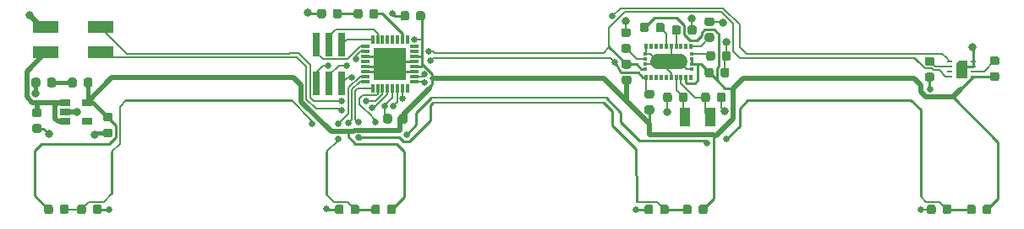
<source format=gtl>
G04 #@! TF.GenerationSoftware,KiCad,Pcbnew,(5.99.0-2415-gbbdd3fce7)*
G04 #@! TF.CreationDate,2020-08-31T16:00:49-07:00*
G04 #@! TF.ProjectId,VineHoop_Islands,56696e65-486f-46f7-905f-49736c616e64,rev?*
G04 #@! TF.SameCoordinates,Original*
G04 #@! TF.FileFunction,Copper,L1,Top*
G04 #@! TF.FilePolarity,Positive*
%FSLAX46Y46*%
G04 Gerber Fmt 4.6, Leading zero omitted, Abs format (unit mm)*
G04 Created by KiCad (PCBNEW (5.99.0-2415-gbbdd3fce7)) date 2020-08-31 16:00:49*
%MOMM*%
%LPD*%
G01*
G04 APERTURE LIST*
G04 #@! TA.AperFunction,EtchedComponent*
%ADD10C,0.010000*%
G04 #@! TD*
G04 #@! TA.AperFunction,SMDPad,CuDef*
%ADD11R,0.812800X0.304800*%
G04 #@! TD*
G04 #@! TA.AperFunction,SMDPad,CuDef*
%ADD12R,0.304800X0.812800*%
G04 #@! TD*
G04 #@! TA.AperFunction,SMDPad,CuDef*
%ADD13R,3.251200X3.251200*%
G04 #@! TD*
G04 #@! TA.AperFunction,SMDPad,CuDef*
%ADD14R,0.550000X0.250000*%
G04 #@! TD*
G04 #@! TA.AperFunction,SMDPad,CuDef*
%ADD15R,1.000000X1.000000*%
G04 #@! TD*
G04 #@! TA.AperFunction,SMDPad,CuDef*
%ADD16R,0.300000X0.525000*%
G04 #@! TD*
G04 #@! TA.AperFunction,SMDPad,CuDef*
%ADD17R,0.425000X0.300000*%
G04 #@! TD*
G04 #@! TA.AperFunction,SMDPad,CuDef*
%ADD18R,1.060000X0.650000*%
G04 #@! TD*
G04 #@! TA.AperFunction,SMDPad,CuDef*
%ADD19R,2.540000X1.270000*%
G04 #@! TD*
G04 #@! TA.AperFunction,SMDPad,CuDef*
%ADD20R,0.760000X2.400000*%
G04 #@! TD*
G04 #@! TA.AperFunction,SMDPad,CuDef*
%ADD21R,1.100000X1.900000*%
G04 #@! TD*
G04 #@! TA.AperFunction,ViaPad*
%ADD22C,0.660400*%
G04 #@! TD*
G04 #@! TA.AperFunction,ViaPad*
%ADD23C,0.800000*%
G04 #@! TD*
G04 #@! TA.AperFunction,Conductor*
%ADD24C,0.152400*%
G04 #@! TD*
G04 #@! TA.AperFunction,Conductor*
%ADD25C,0.254000*%
G04 #@! TD*
G04 #@! TA.AperFunction,Conductor*
%ADD26C,0.508000*%
G04 #@! TD*
G04 #@! TA.AperFunction,Conductor*
%ADD27C,0.381000*%
G04 #@! TD*
G04 #@! TA.AperFunction,Conductor*
%ADD28C,1.524000*%
G04 #@! TD*
G04 APERTURE END LIST*
G36*
X219475000Y-58675000D02*
G01*
X218475000Y-58675000D01*
X218475000Y-57275000D01*
X218775000Y-56975000D01*
X219475000Y-56975000D01*
X219475000Y-58675000D01*
G37*
D10*
X219475000Y-58675000D02*
X218475000Y-58675000D01*
X218475000Y-57275000D01*
X218775000Y-56975000D01*
X219475000Y-56975000D01*
X219475000Y-58675000D01*
G04 #@! TA.AperFunction,SMDPad,CuDef*
G36*
G01*
X192910000Y-60936250D02*
X192910000Y-60423750D01*
G75*
G02*
X193128750Y-60205000I218750J0D01*
G01*
X193566250Y-60205000D01*
G75*
G02*
X193785000Y-60423750I0J-218750D01*
G01*
X193785000Y-60936250D01*
G75*
G02*
X193566250Y-61155000I-218750J0D01*
G01*
X193128750Y-61155000D01*
G75*
G02*
X192910000Y-60936250I0J218750D01*
G01*
G37*
G04 #@! TD.AperFunction*
G04 #@! TA.AperFunction,SMDPad,CuDef*
G36*
G01*
X194485000Y-60936250D02*
X194485000Y-60423750D01*
G75*
G02*
X194703750Y-60205000I218750J0D01*
G01*
X195141250Y-60205000D01*
G75*
G02*
X195360000Y-60423750I0J-218750D01*
G01*
X195360000Y-60936250D01*
G75*
G02*
X195141250Y-61155000I-218750J0D01*
G01*
X194703750Y-61155000D01*
G75*
G02*
X194485000Y-60936250I0J218750D01*
G01*
G37*
G04 #@! TD.AperFunction*
G04 #@! TA.AperFunction,SMDPad,CuDef*
G36*
G01*
X191550000Y-60423750D02*
X191550000Y-60936250D01*
G75*
G02*
X191331250Y-61155000I-218750J0D01*
G01*
X190893750Y-61155000D01*
G75*
G02*
X190675000Y-60936250I0J218750D01*
G01*
X190675000Y-60423750D01*
G75*
G02*
X190893750Y-60205000I218750J0D01*
G01*
X191331250Y-60205000D01*
G75*
G02*
X191550000Y-60423750I0J-218750D01*
G01*
G37*
G04 #@! TD.AperFunction*
G04 #@! TA.AperFunction,SMDPad,CuDef*
G36*
G01*
X189975000Y-60423750D02*
X189975000Y-60936250D01*
G75*
G02*
X189756250Y-61155000I-218750J0D01*
G01*
X189318750Y-61155000D01*
G75*
G02*
X189100000Y-60936250I0J218750D01*
G01*
X189100000Y-60423750D01*
G75*
G02*
X189318750Y-60205000I218750J0D01*
G01*
X189756250Y-60205000D01*
G75*
G02*
X189975000Y-60423750I0J-218750D01*
G01*
G37*
G04 #@! TD.AperFunction*
G04 #@! TA.AperFunction,SMDPad,CuDef*
G36*
G01*
X162802000Y-52749250D02*
X162802000Y-52236750D01*
G75*
G02*
X163020750Y-52018000I218750J0D01*
G01*
X163458250Y-52018000D01*
G75*
G02*
X163677000Y-52236750I0J-218750D01*
G01*
X163677000Y-52749250D01*
G75*
G02*
X163458250Y-52968000I-218750J0D01*
G01*
X163020750Y-52968000D01*
G75*
G02*
X162802000Y-52749250I0J218750D01*
G01*
G37*
G04 #@! TD.AperFunction*
G04 #@! TA.AperFunction,SMDPad,CuDef*
G36*
G01*
X164377000Y-52749250D02*
X164377000Y-52236750D01*
G75*
G02*
X164595750Y-52018000I218750J0D01*
G01*
X165033250Y-52018000D01*
G75*
G02*
X165252000Y-52236750I0J-218750D01*
G01*
X165252000Y-52749250D01*
G75*
G02*
X165033250Y-52968000I-218750J0D01*
G01*
X164595750Y-52968000D01*
G75*
G02*
X164377000Y-52749250I0J218750D01*
G01*
G37*
G04 #@! TD.AperFunction*
G04 #@! TA.AperFunction,SMDPad,CuDef*
G36*
G01*
X193425800Y-56780150D02*
X193425800Y-56267650D01*
G75*
G02*
X193644550Y-56048900I218750J0D01*
G01*
X194082050Y-56048900D01*
G75*
G02*
X194300800Y-56267650I0J-218750D01*
G01*
X194300800Y-56780150D01*
G75*
G02*
X194082050Y-56998900I-218750J0D01*
G01*
X193644550Y-56998900D01*
G75*
G02*
X193425800Y-56780150I0J218750D01*
G01*
G37*
G04 #@! TD.AperFunction*
G04 #@! TA.AperFunction,SMDPad,CuDef*
G36*
G01*
X195000800Y-56780150D02*
X195000800Y-56267650D01*
G75*
G02*
X195219550Y-56048900I218750J0D01*
G01*
X195657050Y-56048900D01*
G75*
G02*
X195875800Y-56267650I0J-218750D01*
G01*
X195875800Y-56780150D01*
G75*
G02*
X195657050Y-56998900I-218750J0D01*
G01*
X195219550Y-56998900D01*
G75*
G02*
X195000800Y-56780150I0J218750D01*
G01*
G37*
G04 #@! TD.AperFunction*
G04 #@! TA.AperFunction,SMDPad,CuDef*
G36*
G01*
X185646450Y-56188600D02*
X185133950Y-56188600D01*
G75*
G02*
X184915200Y-55969850I0J218750D01*
G01*
X184915200Y-55532350D01*
G75*
G02*
X185133950Y-55313600I218750J0D01*
G01*
X185646450Y-55313600D01*
G75*
G02*
X185865200Y-55532350I0J-218750D01*
G01*
X185865200Y-55969850D01*
G75*
G02*
X185646450Y-56188600I-218750J0D01*
G01*
G37*
G04 #@! TD.AperFunction*
G04 #@! TA.AperFunction,SMDPad,CuDef*
G36*
G01*
X185646450Y-54613600D02*
X185133950Y-54613600D01*
G75*
G02*
X184915200Y-54394850I0J218750D01*
G01*
X184915200Y-53957350D01*
G75*
G02*
X185133950Y-53738600I218750J0D01*
G01*
X185646450Y-53738600D01*
G75*
G02*
X185865200Y-53957350I0J-218750D01*
G01*
X185865200Y-54394850D01*
G75*
G02*
X185646450Y-54613600I-218750J0D01*
G01*
G37*
G04 #@! TD.AperFunction*
G04 #@! TA.AperFunction,SMDPad,CuDef*
G36*
G01*
X222544850Y-59027700D02*
X222032350Y-59027700D01*
G75*
G02*
X221813600Y-58808950I0J218750D01*
G01*
X221813600Y-58371450D01*
G75*
G02*
X222032350Y-58152700I218750J0D01*
G01*
X222544850Y-58152700D01*
G75*
G02*
X222763600Y-58371450I0J-218750D01*
G01*
X222763600Y-58808950D01*
G75*
G02*
X222544850Y-59027700I-218750J0D01*
G01*
G37*
G04 #@! TD.AperFunction*
G04 #@! TA.AperFunction,SMDPad,CuDef*
G36*
G01*
X222544850Y-57452700D02*
X222032350Y-57452700D01*
G75*
G02*
X221813600Y-57233950I0J218750D01*
G01*
X221813600Y-56796450D01*
G75*
G02*
X222032350Y-56577700I218750J0D01*
G01*
X222544850Y-56577700D01*
G75*
G02*
X222763600Y-56796450I0J-218750D01*
G01*
X222763600Y-57233950D01*
G75*
G02*
X222544850Y-57452700I-218750J0D01*
G01*
G37*
G04 #@! TD.AperFunction*
D11*
X164230300Y-59071600D03*
X164230300Y-58563600D03*
X164230300Y-58081000D03*
X164230300Y-57573000D03*
X164230300Y-57065000D03*
X164230300Y-56557000D03*
X164230300Y-56074400D03*
X164230300Y-55566400D03*
D12*
X163519100Y-54855200D03*
X163011100Y-54855200D03*
X162528500Y-54855200D03*
X162020500Y-54855200D03*
X161512500Y-54855200D03*
X161004500Y-54855200D03*
X160521900Y-54855200D03*
X160013900Y-54855200D03*
D11*
X159302700Y-55566400D03*
X159302700Y-56074400D03*
X159302700Y-56557000D03*
X159302700Y-57065000D03*
X159302700Y-57573000D03*
X159302700Y-58081000D03*
X159302700Y-58563600D03*
X159302700Y-59071600D03*
D12*
X160013900Y-59782800D03*
X160521900Y-59782800D03*
X161004500Y-59782800D03*
X161512500Y-59782800D03*
X162020500Y-59782800D03*
X162528500Y-59782800D03*
X163011100Y-59782800D03*
X163519100Y-59782800D03*
D13*
X161766500Y-57319000D03*
D14*
X217800000Y-57075000D03*
X217800000Y-57575000D03*
X217800000Y-58075000D03*
X217800000Y-58575000D03*
X220150000Y-58575000D03*
X220150000Y-58075000D03*
X220150000Y-57575000D03*
X220150000Y-57075000D03*
D15*
X218975000Y-57825000D03*
D16*
X191900000Y-58662500D03*
D17*
X191962500Y-57850000D03*
X191962500Y-57350000D03*
X191962500Y-56850000D03*
X191962500Y-56350000D03*
D16*
X191900000Y-55537500D03*
X191400000Y-55537500D03*
X190900000Y-55537500D03*
X190400000Y-55537500D03*
X189900000Y-55537500D03*
X189400000Y-55537500D03*
X188900000Y-55537500D03*
X188400000Y-55537500D03*
X187900000Y-55537500D03*
X187400000Y-55537500D03*
D17*
X187337500Y-56350000D03*
X187337500Y-56850000D03*
X187337500Y-57350000D03*
X187337500Y-57850000D03*
D16*
X187400000Y-58662500D03*
X187900000Y-58662500D03*
X188400000Y-58662500D03*
X188900000Y-58662500D03*
X189400000Y-58662500D03*
X189900000Y-58662500D03*
X190400000Y-58662500D03*
X190900000Y-58662500D03*
X191400000Y-58662500D03*
G04 #@! TA.AperFunction,SMDPad,CuDef*
G36*
G01*
X187464750Y-59921500D02*
X187977250Y-59921500D01*
G75*
G02*
X188196000Y-60140250I0J-218750D01*
G01*
X188196000Y-60577750D01*
G75*
G02*
X187977250Y-60796500I-218750J0D01*
G01*
X187464750Y-60796500D01*
G75*
G02*
X187246000Y-60577750I0J218750D01*
G01*
X187246000Y-60140250D01*
G75*
G02*
X187464750Y-59921500I218750J0D01*
G01*
G37*
G04 #@! TD.AperFunction*
G04 #@! TA.AperFunction,SMDPad,CuDef*
G36*
G01*
X187464750Y-61496500D02*
X187977250Y-61496500D01*
G75*
G02*
X188196000Y-61715250I0J-218750D01*
G01*
X188196000Y-62152750D01*
G75*
G02*
X187977250Y-62371500I-218750J0D01*
G01*
X187464750Y-62371500D01*
G75*
G02*
X187246000Y-62152750I0J218750D01*
G01*
X187246000Y-61715250D01*
G75*
G02*
X187464750Y-61496500I218750J0D01*
G01*
G37*
G04 #@! TD.AperFunction*
G04 #@! TA.AperFunction,SMDPad,CuDef*
G36*
G01*
X161075000Y-63081250D02*
X161075000Y-62568750D01*
G75*
G02*
X161293750Y-62350000I218750J0D01*
G01*
X161731250Y-62350000D01*
G75*
G02*
X161950000Y-62568750I0J-218750D01*
G01*
X161950000Y-63081250D01*
G75*
G02*
X161731250Y-63300000I-218750J0D01*
G01*
X161293750Y-63300000D01*
G75*
G02*
X161075000Y-63081250I0J218750D01*
G01*
G37*
G04 #@! TD.AperFunction*
G04 #@! TA.AperFunction,SMDPad,CuDef*
G36*
G01*
X162650000Y-63081250D02*
X162650000Y-62568750D01*
G75*
G02*
X162868750Y-62350000I218750J0D01*
G01*
X163306250Y-62350000D01*
G75*
G02*
X163525000Y-62568750I0J-218750D01*
G01*
X163525000Y-63081250D01*
G75*
G02*
X163306250Y-63300000I-218750J0D01*
G01*
X162868750Y-63300000D01*
G75*
G02*
X162650000Y-63081250I0J218750D01*
G01*
G37*
G04 #@! TD.AperFunction*
G04 #@! TA.AperFunction,SMDPad,CuDef*
G36*
G01*
X216044850Y-59065200D02*
X215532350Y-59065200D01*
G75*
G02*
X215313600Y-58846450I0J218750D01*
G01*
X215313600Y-58408950D01*
G75*
G02*
X215532350Y-58190200I218750J0D01*
G01*
X216044850Y-58190200D01*
G75*
G02*
X216263600Y-58408950I0J-218750D01*
G01*
X216263600Y-58846450D01*
G75*
G02*
X216044850Y-59065200I-218750J0D01*
G01*
G37*
G04 #@! TD.AperFunction*
G04 #@! TA.AperFunction,SMDPad,CuDef*
G36*
G01*
X216044850Y-57490200D02*
X215532350Y-57490200D01*
G75*
G02*
X215313600Y-57271450I0J218750D01*
G01*
X215313600Y-56833950D01*
G75*
G02*
X215532350Y-56615200I218750J0D01*
G01*
X216044850Y-56615200D01*
G75*
G02*
X216263600Y-56833950I0J-218750D01*
G01*
X216263600Y-57271450D01*
G75*
G02*
X216044850Y-57490200I-218750J0D01*
G01*
G37*
G04 #@! TD.AperFunction*
G04 #@! TA.AperFunction,SMDPad,CuDef*
G36*
G01*
X189240000Y-53398750D02*
X189240000Y-53911250D01*
G75*
G02*
X189021250Y-54130000I-218750J0D01*
G01*
X188583750Y-54130000D01*
G75*
G02*
X188365000Y-53911250I0J218750D01*
G01*
X188365000Y-53398750D01*
G75*
G02*
X188583750Y-53180000I218750J0D01*
G01*
X189021250Y-53180000D01*
G75*
G02*
X189240000Y-53398750I0J-218750D01*
G01*
G37*
G04 #@! TD.AperFunction*
G04 #@! TA.AperFunction,SMDPad,CuDef*
G36*
G01*
X187665000Y-53398750D02*
X187665000Y-53911250D01*
G75*
G02*
X187446250Y-54130000I-218750J0D01*
G01*
X187008750Y-54130000D01*
G75*
G02*
X186790000Y-53911250I0J218750D01*
G01*
X186790000Y-53398750D01*
G75*
G02*
X187008750Y-53180000I218750J0D01*
G01*
X187446250Y-53180000D01*
G75*
G02*
X187665000Y-53398750I0J-218750D01*
G01*
G37*
G04 #@! TD.AperFunction*
G04 #@! TA.AperFunction,SMDPad,CuDef*
G36*
G01*
X194001250Y-55097500D02*
X193488750Y-55097500D01*
G75*
G02*
X193270000Y-54878750I0J218750D01*
G01*
X193270000Y-54441250D01*
G75*
G02*
X193488750Y-54222500I218750J0D01*
G01*
X194001250Y-54222500D01*
G75*
G02*
X194220000Y-54441250I0J-218750D01*
G01*
X194220000Y-54878750D01*
G75*
G02*
X194001250Y-55097500I-218750J0D01*
G01*
G37*
G04 #@! TD.AperFunction*
G04 #@! TA.AperFunction,SMDPad,CuDef*
G36*
G01*
X194001250Y-53522500D02*
X193488750Y-53522500D01*
G75*
G02*
X193270000Y-53303750I0J218750D01*
G01*
X193270000Y-52866250D01*
G75*
G02*
X193488750Y-52647500I218750J0D01*
G01*
X194001250Y-52647500D01*
G75*
G02*
X194220000Y-52866250I0J-218750D01*
G01*
X194220000Y-53303750D01*
G75*
G02*
X194001250Y-53522500I-218750J0D01*
G01*
G37*
G04 #@! TD.AperFunction*
G04 #@! TA.AperFunction,SMDPad,CuDef*
G36*
G01*
X189986500Y-54170250D02*
X189986500Y-53657750D01*
G75*
G02*
X190205250Y-53439000I218750J0D01*
G01*
X190642750Y-53439000D01*
G75*
G02*
X190861500Y-53657750I0J-218750D01*
G01*
X190861500Y-54170250D01*
G75*
G02*
X190642750Y-54389000I-218750J0D01*
G01*
X190205250Y-54389000D01*
G75*
G02*
X189986500Y-54170250I0J218750D01*
G01*
G37*
G04 #@! TD.AperFunction*
G04 #@! TA.AperFunction,SMDPad,CuDef*
G36*
G01*
X191561500Y-54170250D02*
X191561500Y-53657750D01*
G75*
G02*
X191780250Y-53439000I218750J0D01*
G01*
X192217750Y-53439000D01*
G75*
G02*
X192436500Y-53657750I0J-218750D01*
G01*
X192436500Y-54170250D01*
G75*
G02*
X192217750Y-54389000I-218750J0D01*
G01*
X191780250Y-54389000D01*
G75*
G02*
X191561500Y-54170250I0J218750D01*
G01*
G37*
G04 #@! TD.AperFunction*
G04 #@! TA.AperFunction,SMDPad,CuDef*
G36*
G01*
X185178750Y-56924500D02*
X185691250Y-56924500D01*
G75*
G02*
X185910000Y-57143250I0J-218750D01*
G01*
X185910000Y-57580750D01*
G75*
G02*
X185691250Y-57799500I-218750J0D01*
G01*
X185178750Y-57799500D01*
G75*
G02*
X184960000Y-57580750I0J218750D01*
G01*
X184960000Y-57143250D01*
G75*
G02*
X185178750Y-56924500I218750J0D01*
G01*
G37*
G04 #@! TD.AperFunction*
G04 #@! TA.AperFunction,SMDPad,CuDef*
G36*
G01*
X185178750Y-58499500D02*
X185691250Y-58499500D01*
G75*
G02*
X185910000Y-58718250I0J-218750D01*
G01*
X185910000Y-59155750D01*
G75*
G02*
X185691250Y-59374500I-218750J0D01*
G01*
X185178750Y-59374500D01*
G75*
G02*
X184960000Y-59155750I0J218750D01*
G01*
X184960000Y-58718250D01*
G75*
G02*
X185178750Y-58499500I218750J0D01*
G01*
G37*
G04 #@! TD.AperFunction*
G04 #@! TA.AperFunction,SMDPad,CuDef*
G36*
G01*
X133243750Y-62245803D02*
X133756250Y-62245803D01*
G75*
G02*
X133975000Y-62464553I0J-218750D01*
G01*
X133975000Y-62902053D01*
G75*
G02*
X133756250Y-63120803I-218750J0D01*
G01*
X133243750Y-63120803D01*
G75*
G02*
X133025000Y-62902053I0J218750D01*
G01*
X133025000Y-62464553D01*
G75*
G02*
X133243750Y-62245803I218750J0D01*
G01*
G37*
G04 #@! TD.AperFunction*
G04 #@! TA.AperFunction,SMDPad,CuDef*
G36*
G01*
X133243750Y-63820803D02*
X133756250Y-63820803D01*
G75*
G02*
X133975000Y-64039553I0J-218750D01*
G01*
X133975000Y-64477053D01*
G75*
G02*
X133756250Y-64695803I-218750J0D01*
G01*
X133243750Y-64695803D01*
G75*
G02*
X133025000Y-64477053I0J218750D01*
G01*
X133025000Y-64039553D01*
G75*
G02*
X133243750Y-63820803I218750J0D01*
G01*
G37*
G04 #@! TD.AperFunction*
D18*
X129238899Y-61183303D03*
X129238899Y-62133303D03*
X129238899Y-63083303D03*
X131438899Y-63083303D03*
X131438899Y-61183303D03*
G04 #@! TA.AperFunction,SMDPad,CuDef*
G36*
G01*
X154470600Y-52514850D02*
X154470600Y-52002350D01*
G75*
G02*
X154689350Y-51783600I218750J0D01*
G01*
X155126850Y-51783600D01*
G75*
G02*
X155345600Y-52002350I0J-218750D01*
G01*
X155345600Y-52514850D01*
G75*
G02*
X155126850Y-52733600I-218750J0D01*
G01*
X154689350Y-52733600D01*
G75*
G02*
X154470600Y-52514850I0J218750D01*
G01*
G37*
G04 #@! TD.AperFunction*
G04 #@! TA.AperFunction,SMDPad,CuDef*
G36*
G01*
X156045600Y-52514850D02*
X156045600Y-52002350D01*
G75*
G02*
X156264350Y-51783600I218750J0D01*
G01*
X156701850Y-51783600D01*
G75*
G02*
X156920600Y-52002350I0J-218750D01*
G01*
X156920600Y-52514850D01*
G75*
G02*
X156701850Y-52733600I-218750J0D01*
G01*
X156264350Y-52733600D01*
G75*
G02*
X156045600Y-52514850I0J218750D01*
G01*
G37*
G04 #@! TD.AperFunction*
G04 #@! TA.AperFunction,SMDPad,CuDef*
G36*
G01*
X158128500Y-52540250D02*
X158128500Y-52027750D01*
G75*
G02*
X158347250Y-51809000I218750J0D01*
G01*
X158784750Y-51809000D01*
G75*
G02*
X159003500Y-52027750I0J-218750D01*
G01*
X159003500Y-52540250D01*
G75*
G02*
X158784750Y-52759000I-218750J0D01*
G01*
X158347250Y-52759000D01*
G75*
G02*
X158128500Y-52540250I0J218750D01*
G01*
G37*
G04 #@! TD.AperFunction*
G04 #@! TA.AperFunction,SMDPad,CuDef*
G36*
G01*
X159703500Y-52540250D02*
X159703500Y-52027750D01*
G75*
G02*
X159922250Y-51809000I218750J0D01*
G01*
X160359750Y-51809000D01*
G75*
G02*
X160578500Y-52027750I0J-218750D01*
G01*
X160578500Y-52540250D01*
G75*
G02*
X160359750Y-52759000I-218750J0D01*
G01*
X159922250Y-52759000D01*
G75*
G02*
X159703500Y-52540250I0J218750D01*
G01*
G37*
G04 #@! TD.AperFunction*
G04 #@! TA.AperFunction,SMDPad,CuDef*
G36*
G01*
X125854900Y-59456250D02*
X125854900Y-58943750D01*
G75*
G02*
X126073650Y-58725000I218750J0D01*
G01*
X126511150Y-58725000D01*
G75*
G02*
X126729900Y-58943750I0J-218750D01*
G01*
X126729900Y-59456250D01*
G75*
G02*
X126511150Y-59675000I-218750J0D01*
G01*
X126073650Y-59675000D01*
G75*
G02*
X125854900Y-59456250I0J218750D01*
G01*
G37*
G04 #@! TD.AperFunction*
G04 #@! TA.AperFunction,SMDPad,CuDef*
G36*
G01*
X127429900Y-59456250D02*
X127429900Y-58943750D01*
G75*
G02*
X127648650Y-58725000I218750J0D01*
G01*
X128086150Y-58725000D01*
G75*
G02*
X128304900Y-58943750I0J-218750D01*
G01*
X128304900Y-59456250D01*
G75*
G02*
X128086150Y-59675000I-218750J0D01*
G01*
X127648650Y-59675000D01*
G75*
G02*
X127429900Y-59456250I0J218750D01*
G01*
G37*
G04 #@! TD.AperFunction*
G04 #@! TA.AperFunction,SMDPad,CuDef*
G36*
G01*
X131962500Y-58943750D02*
X131962500Y-59456250D01*
G75*
G02*
X131743750Y-59675000I-218750J0D01*
G01*
X131306250Y-59675000D01*
G75*
G02*
X131087500Y-59456250I0J218750D01*
G01*
X131087500Y-58943750D01*
G75*
G02*
X131306250Y-58725000I218750J0D01*
G01*
X131743750Y-58725000D01*
G75*
G02*
X131962500Y-58943750I0J-218750D01*
G01*
G37*
G04 #@! TD.AperFunction*
G04 #@! TA.AperFunction,SMDPad,CuDef*
G36*
G01*
X130387500Y-58943750D02*
X130387500Y-59456250D01*
G75*
G02*
X130168750Y-59675000I-218750J0D01*
G01*
X129731250Y-59675000D01*
G75*
G02*
X129512500Y-59456250I0J218750D01*
G01*
X129512500Y-58943750D01*
G75*
G02*
X129731250Y-58725000I218750J0D01*
G01*
X130168750Y-58725000D01*
G75*
G02*
X130387500Y-58943750I0J-218750D01*
G01*
G37*
G04 #@! TD.AperFunction*
G04 #@! TA.AperFunction,SMDPad,CuDef*
G36*
G01*
X195723300Y-57944850D02*
X195723300Y-58457350D01*
G75*
G02*
X195504550Y-58676100I-218750J0D01*
G01*
X195067050Y-58676100D01*
G75*
G02*
X194848300Y-58457350I0J218750D01*
G01*
X194848300Y-57944850D01*
G75*
G02*
X195067050Y-57726100I218750J0D01*
G01*
X195504550Y-57726100D01*
G75*
G02*
X195723300Y-57944850I0J-218750D01*
G01*
G37*
G04 #@! TD.AperFunction*
G04 #@! TA.AperFunction,SMDPad,CuDef*
G36*
G01*
X194148300Y-57944850D02*
X194148300Y-58457350D01*
G75*
G02*
X193929550Y-58676100I-218750J0D01*
G01*
X193492050Y-58676100D01*
G75*
G02*
X193273300Y-58457350I0J218750D01*
G01*
X193273300Y-57944850D01*
G75*
G02*
X193492050Y-57726100I218750J0D01*
G01*
X193929550Y-57726100D01*
G75*
G02*
X194148300Y-57944850I0J-218750D01*
G01*
G37*
G04 #@! TD.AperFunction*
D19*
X127311101Y-53616800D03*
X132771101Y-53616800D03*
X127311101Y-56156800D03*
X132771101Y-56156800D03*
D20*
X154400500Y-59269000D03*
X154400500Y-55369000D03*
X155670500Y-59269000D03*
X155670500Y-55369000D03*
X156940500Y-59269000D03*
X156940500Y-55369000D03*
D21*
X193817000Y-62696000D03*
X191317000Y-62696000D03*
G04 #@! TA.AperFunction,SMDPad,CuDef*
G36*
G01*
X162337500Y-71693750D02*
X162337500Y-72206250D01*
G75*
G02*
X162118750Y-72425000I-218750J0D01*
G01*
X161681250Y-72425000D01*
G75*
G02*
X161462500Y-72206250I0J218750D01*
G01*
X161462500Y-71693750D01*
G75*
G02*
X161681250Y-71475000I218750J0D01*
G01*
X162118750Y-71475000D01*
G75*
G02*
X162337500Y-71693750I0J-218750D01*
G01*
G37*
G04 #@! TD.AperFunction*
G04 #@! TA.AperFunction,SMDPad,CuDef*
G36*
G01*
X160762500Y-71693750D02*
X160762500Y-72206250D01*
G75*
G02*
X160543750Y-72425000I-218750J0D01*
G01*
X160106250Y-72425000D01*
G75*
G02*
X159887500Y-72206250I0J218750D01*
G01*
X159887500Y-71693750D01*
G75*
G02*
X160106250Y-71475000I218750J0D01*
G01*
X160543750Y-71475000D01*
G75*
G02*
X160762500Y-71693750I0J-218750D01*
G01*
G37*
G04 #@! TD.AperFunction*
G04 #@! TA.AperFunction,SMDPad,CuDef*
G36*
G01*
X221975000Y-71693750D02*
X221975000Y-72206250D01*
G75*
G02*
X221756250Y-72425000I-218750J0D01*
G01*
X221318750Y-72425000D01*
G75*
G02*
X221100000Y-72206250I0J218750D01*
G01*
X221100000Y-71693750D01*
G75*
G02*
X221318750Y-71475000I218750J0D01*
G01*
X221756250Y-71475000D01*
G75*
G02*
X221975000Y-71693750I0J-218750D01*
G01*
G37*
G04 #@! TD.AperFunction*
G04 #@! TA.AperFunction,SMDPad,CuDef*
G36*
G01*
X220400000Y-71693750D02*
X220400000Y-72206250D01*
G75*
G02*
X220181250Y-72425000I-218750J0D01*
G01*
X219743750Y-72425000D01*
G75*
G02*
X219525000Y-72206250I0J218750D01*
G01*
X219525000Y-71693750D01*
G75*
G02*
X219743750Y-71475000I218750J0D01*
G01*
X220181250Y-71475000D01*
G75*
G02*
X220400000Y-71693750I0J-218750D01*
G01*
G37*
G04 #@! TD.AperFunction*
G04 #@! TA.AperFunction,SMDPad,CuDef*
G36*
G01*
X193536000Y-71693750D02*
X193536000Y-72206250D01*
G75*
G02*
X193317250Y-72425000I-218750J0D01*
G01*
X192879750Y-72425000D01*
G75*
G02*
X192661000Y-72206250I0J218750D01*
G01*
X192661000Y-71693750D01*
G75*
G02*
X192879750Y-71475000I218750J0D01*
G01*
X193317250Y-71475000D01*
G75*
G02*
X193536000Y-71693750I0J-218750D01*
G01*
G37*
G04 #@! TD.AperFunction*
G04 #@! TA.AperFunction,SMDPad,CuDef*
G36*
G01*
X191961000Y-71693750D02*
X191961000Y-72206250D01*
G75*
G02*
X191742250Y-72425000I-218750J0D01*
G01*
X191304750Y-72425000D01*
G75*
G02*
X191086000Y-72206250I0J218750D01*
G01*
X191086000Y-71693750D01*
G75*
G02*
X191304750Y-71475000I218750J0D01*
G01*
X191742250Y-71475000D01*
G75*
G02*
X191961000Y-71693750I0J-218750D01*
G01*
G37*
G04 #@! TD.AperFunction*
G04 #@! TA.AperFunction,SMDPad,CuDef*
G36*
G01*
X127125000Y-72206250D02*
X127125000Y-71693750D01*
G75*
G02*
X127343750Y-71475000I218750J0D01*
G01*
X127781250Y-71475000D01*
G75*
G02*
X128000000Y-71693750I0J-218750D01*
G01*
X128000000Y-72206250D01*
G75*
G02*
X127781250Y-72425000I-218750J0D01*
G01*
X127343750Y-72425000D01*
G75*
G02*
X127125000Y-72206250I0J218750D01*
G01*
G37*
G04 #@! TD.AperFunction*
G04 #@! TA.AperFunction,SMDPad,CuDef*
G36*
G01*
X128700000Y-72206250D02*
X128700000Y-71693750D01*
G75*
G02*
X128918750Y-71475000I218750J0D01*
G01*
X129356250Y-71475000D01*
G75*
G02*
X129575000Y-71693750I0J-218750D01*
G01*
X129575000Y-72206250D01*
G75*
G02*
X129356250Y-72425000I-218750J0D01*
G01*
X128918750Y-72425000D01*
G75*
G02*
X128700000Y-72206250I0J218750D01*
G01*
G37*
G04 #@! TD.AperFunction*
G04 #@! TA.AperFunction,SMDPad,CuDef*
G36*
G01*
X215515000Y-72206250D02*
X215515000Y-71693750D01*
G75*
G02*
X215733750Y-71475000I218750J0D01*
G01*
X216171250Y-71475000D01*
G75*
G02*
X216390000Y-71693750I0J-218750D01*
G01*
X216390000Y-72206250D01*
G75*
G02*
X216171250Y-72425000I-218750J0D01*
G01*
X215733750Y-72425000D01*
G75*
G02*
X215515000Y-72206250I0J218750D01*
G01*
G37*
G04 #@! TD.AperFunction*
G04 #@! TA.AperFunction,SMDPad,CuDef*
G36*
G01*
X217090000Y-72206250D02*
X217090000Y-71693750D01*
G75*
G02*
X217308750Y-71475000I218750J0D01*
G01*
X217746250Y-71475000D01*
G75*
G02*
X217965000Y-71693750I0J-218750D01*
G01*
X217965000Y-72206250D01*
G75*
G02*
X217746250Y-72425000I-218750J0D01*
G01*
X217308750Y-72425000D01*
G75*
G02*
X217090000Y-72206250I0J218750D01*
G01*
G37*
G04 #@! TD.AperFunction*
G04 #@! TA.AperFunction,SMDPad,CuDef*
G36*
G01*
X132875000Y-71693750D02*
X132875000Y-72206250D01*
G75*
G02*
X132656250Y-72425000I-218750J0D01*
G01*
X132218750Y-72425000D01*
G75*
G02*
X132000000Y-72206250I0J218750D01*
G01*
X132000000Y-71693750D01*
G75*
G02*
X132218750Y-71475000I218750J0D01*
G01*
X132656250Y-71475000D01*
G75*
G02*
X132875000Y-71693750I0J-218750D01*
G01*
G37*
G04 #@! TD.AperFunction*
G04 #@! TA.AperFunction,SMDPad,CuDef*
G36*
G01*
X131300000Y-71693750D02*
X131300000Y-72206250D01*
G75*
G02*
X131081250Y-72425000I-218750J0D01*
G01*
X130643750Y-72425000D01*
G75*
G02*
X130425000Y-72206250I0J218750D01*
G01*
X130425000Y-71693750D01*
G75*
G02*
X130643750Y-71475000I218750J0D01*
G01*
X131081250Y-71475000D01*
G75*
G02*
X131300000Y-71693750I0J-218750D01*
G01*
G37*
G04 #@! TD.AperFunction*
G04 #@! TA.AperFunction,SMDPad,CuDef*
G36*
G01*
X156237500Y-72206250D02*
X156237500Y-71693750D01*
G75*
G02*
X156456250Y-71475000I218750J0D01*
G01*
X156893750Y-71475000D01*
G75*
G02*
X157112500Y-71693750I0J-218750D01*
G01*
X157112500Y-72206250D01*
G75*
G02*
X156893750Y-72425000I-218750J0D01*
G01*
X156456250Y-72425000D01*
G75*
G02*
X156237500Y-72206250I0J218750D01*
G01*
G37*
G04 #@! TD.AperFunction*
G04 #@! TA.AperFunction,SMDPad,CuDef*
G36*
G01*
X157812500Y-72206250D02*
X157812500Y-71693750D01*
G75*
G02*
X158031250Y-71475000I218750J0D01*
G01*
X158468750Y-71475000D01*
G75*
G02*
X158687500Y-71693750I0J-218750D01*
G01*
X158687500Y-72206250D01*
G75*
G02*
X158468750Y-72425000I-218750J0D01*
G01*
X158031250Y-72425000D01*
G75*
G02*
X157812500Y-72206250I0J218750D01*
G01*
G37*
G04 #@! TD.AperFunction*
G04 #@! TA.AperFunction,SMDPad,CuDef*
G36*
G01*
X187225000Y-72206250D02*
X187225000Y-71693750D01*
G75*
G02*
X187443750Y-71475000I218750J0D01*
G01*
X187881250Y-71475000D01*
G75*
G02*
X188100000Y-71693750I0J-218750D01*
G01*
X188100000Y-72206250D01*
G75*
G02*
X187881250Y-72425000I-218750J0D01*
G01*
X187443750Y-72425000D01*
G75*
G02*
X187225000Y-72206250I0J218750D01*
G01*
G37*
G04 #@! TD.AperFunction*
G04 #@! TA.AperFunction,SMDPad,CuDef*
G36*
G01*
X188800000Y-72206250D02*
X188800000Y-71693750D01*
G75*
G02*
X189018750Y-71475000I218750J0D01*
G01*
X189456250Y-71475000D01*
G75*
G02*
X189675000Y-71693750I0J-218750D01*
G01*
X189675000Y-72206250D01*
G75*
G02*
X189456250Y-72425000I-218750J0D01*
G01*
X189018750Y-72425000D01*
G75*
G02*
X188800000Y-72206250I0J218750D01*
G01*
G37*
G04 #@! TD.AperFunction*
G04 #@! TA.AperFunction,SMDPad,CuDef*
G36*
G01*
X126143750Y-61795803D02*
X126656250Y-61795803D01*
G75*
G02*
X126875000Y-62014553I0J-218750D01*
G01*
X126875000Y-62452053D01*
G75*
G02*
X126656250Y-62670803I-218750J0D01*
G01*
X126143750Y-62670803D01*
G75*
G02*
X125925000Y-62452053I0J218750D01*
G01*
X125925000Y-62014553D01*
G75*
G02*
X126143750Y-61795803I218750J0D01*
G01*
G37*
G04 #@! TD.AperFunction*
G04 #@! TA.AperFunction,SMDPad,CuDef*
G36*
G01*
X126143750Y-63370803D02*
X126656250Y-63370803D01*
G75*
G02*
X126875000Y-63589553I0J-218750D01*
G01*
X126875000Y-64027053D01*
G75*
G02*
X126656250Y-64245803I-218750J0D01*
G01*
X126143750Y-64245803D01*
G75*
G02*
X125925000Y-64027053I0J218750D01*
G01*
X125925000Y-63589553D01*
G75*
G02*
X126143750Y-63370803I218750J0D01*
G01*
G37*
G04 #@! TD.AperFunction*
D22*
X184300000Y-57200000D03*
X214880200Y-71950000D03*
X195450000Y-64900000D03*
X193492800Y-65282576D03*
X186380200Y-71950000D03*
X156900000Y-61950000D03*
D23*
X191990200Y-52751100D03*
D22*
X156950000Y-61050000D03*
X159950000Y-61700000D03*
X160300000Y-63200000D03*
X163400000Y-64450000D03*
X155400000Y-71900000D03*
X158600000Y-64700000D03*
X156550000Y-64901401D03*
X153970486Y-63329514D03*
X165801900Y-56958058D03*
X165620901Y-56100783D03*
X215800000Y-59850000D03*
X133650000Y-71950000D03*
D23*
X153534200Y-52184400D03*
X130400000Y-62133303D03*
D22*
X160750500Y-58380000D03*
X162909500Y-56221000D03*
D23*
X188540200Y-57101100D03*
X127600000Y-64383303D03*
X220088600Y-55677700D03*
X185390200Y-53001100D03*
D22*
X162909500Y-58380000D03*
D23*
X195240200Y-62051100D03*
X132200000Y-64433303D03*
X195090200Y-53201100D03*
X190740200Y-57101100D03*
D22*
X160750500Y-56221000D03*
D23*
X125661101Y-52400000D03*
X126300000Y-60300000D03*
X195440200Y-55101100D03*
D22*
X162020500Y-52284000D03*
D23*
X189490200Y-62151100D03*
D22*
X158337500Y-56856000D03*
X164201702Y-54883798D03*
X155543500Y-57491000D03*
X161258500Y-61555000D03*
X162069578Y-61557898D03*
X157893500Y-58700000D03*
X163036500Y-60793000D03*
X157448500Y-57491000D03*
X165200000Y-59150000D03*
X184009446Y-52523496D03*
X165195500Y-58380000D03*
X156559500Y-63333000D03*
X157612190Y-63242690D03*
X158591500Y-63206000D03*
X159327691Y-61071801D03*
D24*
X166059958Y-56700000D02*
X165801900Y-56958058D01*
D25*
X187081375Y-58662500D02*
X187400000Y-58662500D01*
D24*
X184300000Y-57200000D02*
X183843578Y-56700000D01*
D25*
X184350000Y-57273209D02*
X184849095Y-58172490D01*
X186591365Y-58172490D02*
X187081375Y-58662500D01*
X184849095Y-58172490D02*
X186591365Y-58172490D01*
D24*
X183843578Y-56700000D02*
X166059958Y-56700000D01*
D25*
X184300000Y-57200000D02*
X184350000Y-57273209D01*
X217527500Y-71950000D02*
X219962500Y-71950000D01*
D24*
X214900000Y-70650000D02*
X215448790Y-71198790D01*
X215448790Y-71198790D02*
X216776290Y-71198790D01*
X216776290Y-71198790D02*
X217527500Y-71950000D01*
D25*
X195450000Y-64900000D02*
X196750000Y-63600000D01*
X196750000Y-63600000D02*
X196750000Y-61792954D01*
X196750000Y-61792954D02*
X197592954Y-60950000D01*
X197592954Y-60950000D02*
X213907046Y-60950000D01*
X213907046Y-60950000D02*
X214900000Y-61942954D01*
X214900000Y-61942954D02*
X214900000Y-70650000D01*
X218090799Y-60634201D02*
X222650000Y-65193402D01*
X222650000Y-65193402D02*
X222650000Y-70837500D01*
X222650000Y-70837500D02*
X221537500Y-71950000D01*
D24*
X215952500Y-71950000D02*
X214880200Y-71950000D01*
D25*
X183114129Y-61238066D02*
X183195112Y-61238066D01*
X184000000Y-62042954D02*
X184000000Y-63550000D01*
X184000000Y-63550000D02*
X186350000Y-65900000D01*
X183195112Y-61238066D02*
X184000000Y-62042954D01*
X186350000Y-65900000D02*
X186450000Y-71150000D01*
D24*
X188486290Y-71198790D02*
X189237500Y-71950000D01*
X186448790Y-71198790D02*
X188486290Y-71198790D01*
D25*
X186683143Y-65033143D02*
X193243367Y-65033143D01*
X193243367Y-65033143D02*
X193492800Y-65282576D01*
X184850000Y-63200000D02*
X186683143Y-65033143D01*
D26*
X185441610Y-61058390D02*
X187740200Y-63356980D01*
X187740200Y-63356980D02*
X187750000Y-64450000D01*
X187891300Y-64400000D02*
X194097800Y-64400000D01*
X194097800Y-64400000D02*
X194248900Y-64551100D01*
D25*
X184850000Y-62204414D02*
X184850000Y-63200000D01*
X183397793Y-60752207D02*
X184850000Y-62204414D01*
X193098500Y-71950000D02*
X194150000Y-70898500D01*
X194150000Y-70898500D02*
X194150000Y-64650000D01*
X194150000Y-64650000D02*
X194248900Y-64551100D01*
D26*
X194248900Y-64551100D02*
X194410815Y-64551100D01*
D25*
X189237500Y-71950000D02*
X191523500Y-71950000D01*
X187662500Y-71950000D02*
X186380200Y-71950000D01*
X163400000Y-64450000D02*
X164400000Y-63450000D01*
X164400000Y-63450000D02*
X164400000Y-62204414D01*
X164400000Y-62204414D02*
X165852207Y-60752207D01*
D24*
X165852207Y-60752207D02*
X183397793Y-60752207D01*
X166088066Y-61238066D02*
X183114129Y-61238066D01*
D25*
X158600000Y-64700000D02*
X162677342Y-64700000D01*
X162677342Y-64700000D02*
X163084543Y-65107201D01*
X163084543Y-65107201D02*
X163715457Y-65107201D01*
X163715457Y-65107201D02*
X165822990Y-62999668D01*
X165822990Y-62999668D02*
X165822990Y-61503142D01*
X165822990Y-61503142D02*
X166088066Y-61238066D01*
X194475500Y-58965800D02*
X195303901Y-59794201D01*
X195303901Y-59794201D02*
X196094201Y-59794201D01*
D26*
X214199487Y-58786491D02*
X214900000Y-59487004D01*
X214900000Y-59487004D02*
X214900000Y-60110618D01*
X196094201Y-62867714D02*
X196094201Y-59794201D01*
X196094201Y-59794201D02*
X197101911Y-58786491D01*
X214900000Y-60110618D02*
X215423583Y-60634201D01*
X197101911Y-58786491D02*
X214086491Y-58786491D01*
X214086491Y-58786491D02*
X214199487Y-58786491D01*
X194410815Y-64551100D02*
X196094201Y-62867714D01*
D25*
X220150000Y-58575000D02*
X218887500Y-59837500D01*
X218887500Y-59837500D02*
X218054300Y-60670700D01*
D26*
X215423583Y-60634201D02*
X218090799Y-60634201D01*
X218090799Y-60634201D02*
X218887500Y-59837500D01*
X183175720Y-58792500D02*
X185441610Y-61058390D01*
X185435000Y-58937000D02*
X185435000Y-61051780D01*
X185435000Y-61051780D02*
X185441610Y-61058390D01*
D25*
X165957500Y-58792500D02*
X165957500Y-58335598D01*
D26*
X165957500Y-58792500D02*
X183175720Y-58792500D01*
D25*
X165957500Y-59365158D02*
X165957500Y-58792500D01*
X165576417Y-59934201D02*
X165576417Y-59746241D01*
X165576417Y-59746241D02*
X165957500Y-59365158D01*
D24*
X195122489Y-51722489D02*
X196750000Y-53350000D01*
X217412500Y-56687500D02*
X217800000Y-57075000D01*
X196750000Y-53350000D02*
X196750000Y-55620972D01*
X196750000Y-55620972D02*
X197468018Y-56338990D01*
X197468018Y-56338990D02*
X217063990Y-56338990D01*
X217063990Y-56338990D02*
X217412500Y-56687500D01*
X194964777Y-52074899D02*
X196152010Y-53262132D01*
X196152010Y-53262132D02*
X196152010Y-56058960D01*
X215323660Y-57766410D02*
X215466410Y-57766410D01*
X215466410Y-57766410D02*
X216003927Y-57766410D01*
X196152010Y-56058960D02*
X196793050Y-56700000D01*
X196793050Y-56700000D02*
X214257250Y-56700000D01*
X214257250Y-56700000D02*
X215323660Y-57766410D01*
X183700000Y-53750000D02*
X183700000Y-53690522D01*
X185315623Y-52074899D02*
X194964777Y-52074899D01*
X183700000Y-53690522D02*
X185315623Y-52074899D01*
X183133619Y-56241327D02*
X183700000Y-55674946D01*
X183700000Y-55674946D02*
X183700000Y-55550000D01*
D25*
X183704875Y-55500000D02*
X183704875Y-55631875D01*
D24*
X184810453Y-51722489D02*
X195122489Y-51722489D01*
X184009446Y-52523496D02*
X184810453Y-51722489D01*
D25*
X188208250Y-52674250D02*
X190480722Y-52674250D01*
X191234490Y-53428018D02*
X191234490Y-54399982D01*
X190480722Y-52674250D02*
X191234490Y-53428018D01*
X194673790Y-57562618D02*
X194475500Y-57760908D01*
X191782507Y-54947999D02*
X192437099Y-54947999D01*
X191234490Y-54399982D02*
X191782507Y-54947999D01*
X192942990Y-54442108D02*
X192942990Y-54211518D01*
X192437099Y-54947999D02*
X192942990Y-54442108D01*
X192942990Y-54211518D02*
X193259018Y-53895490D01*
X193259018Y-53895490D02*
X194230982Y-53895490D01*
X194230982Y-53895490D02*
X194673790Y-54338298D01*
X187227500Y-53655000D02*
X188208250Y-52674250D01*
X194673790Y-54338298D02*
X194673790Y-57562618D01*
X194475500Y-57760908D02*
X194475500Y-58965800D01*
D24*
X216003927Y-57766410D02*
X216164927Y-57927410D01*
X216164927Y-57927410D02*
X216755248Y-57927410D01*
X216755248Y-57927410D02*
X217402838Y-58575000D01*
X214283595Y-56726345D02*
X215323660Y-57766410D01*
X217402838Y-58575000D02*
X217800000Y-58575000D01*
X151690486Y-56240486D02*
X151633382Y-56297590D01*
X132771101Y-53648869D02*
X132771101Y-53616800D01*
X151633382Y-56297590D02*
X135419822Y-56297590D01*
X135419822Y-56297590D02*
X132771101Y-53648869D01*
X154379855Y-61845864D02*
X153391889Y-60857898D01*
X153391889Y-60857898D02*
X153391889Y-57578907D01*
X153391889Y-57578907D02*
X152462982Y-56650000D01*
X154479855Y-61845864D02*
X154379855Y-61845864D01*
X152462982Y-56650000D02*
X133264301Y-56650000D01*
X133264301Y-56650000D02*
X132771101Y-56156800D01*
D26*
X133922202Y-58700000D02*
X152112996Y-58700000D01*
X152861679Y-59448683D02*
X152861679Y-61111679D01*
X152112996Y-58700000D02*
X152861679Y-59448683D01*
X152861679Y-61111679D02*
X155867201Y-64117201D01*
X131438899Y-61183303D02*
X133922202Y-58700000D01*
X155867201Y-64117201D02*
X157567201Y-64117201D01*
D24*
X156950000Y-61850000D02*
X154479855Y-61845864D01*
X156950000Y-61050000D02*
X154101338Y-61047000D01*
X154101338Y-61047000D02*
X153744299Y-60689961D01*
X153744299Y-60689961D02*
X153744299Y-57432935D01*
X153744299Y-57432935D02*
X152551850Y-56240486D01*
X152551850Y-56240486D02*
X152117859Y-56240486D01*
X152117859Y-56240486D02*
X151690486Y-56240486D01*
X159950000Y-61700000D02*
X160230656Y-61629610D01*
X160230656Y-61629610D02*
X161512500Y-60347766D01*
X161512500Y-60347766D02*
X161512500Y-59782800D01*
X158718500Y-61360084D02*
X158718500Y-60783518D01*
X160300000Y-63200000D02*
X159958416Y-62600000D01*
X159958416Y-62600000D02*
X158718500Y-61360084D01*
X158718500Y-60783518D02*
X159036618Y-60465400D01*
X159036618Y-60465400D02*
X160398099Y-60465401D01*
X160398099Y-60465401D02*
X160521900Y-60341600D01*
X160521900Y-60341600D02*
X160521900Y-59782800D01*
D26*
X163087500Y-62825000D02*
X163087500Y-62423118D01*
X163087500Y-62423118D02*
X165576417Y-59934201D01*
X165576417Y-59934201D02*
X165686590Y-59824028D01*
X162755799Y-63990201D02*
X162755799Y-62744201D01*
D25*
X162755799Y-63990201D02*
X162755799Y-63156701D01*
X162755799Y-63156701D02*
X163087500Y-62825000D01*
X158600000Y-64700000D02*
X158738411Y-64838411D01*
X133500000Y-62683303D02*
X134302010Y-63485313D01*
X134302010Y-63485313D02*
X134302010Y-64706785D01*
X126853934Y-65367532D02*
X126150000Y-66071466D01*
X133641263Y-65367532D02*
X126853934Y-65367532D01*
X134302010Y-64706785D02*
X133641263Y-65367532D01*
X126150000Y-66071466D02*
X126150000Y-70537500D01*
X126150000Y-70537500D02*
X127562500Y-71950000D01*
X163150000Y-70700000D02*
X163150000Y-66100000D01*
X163150000Y-66100000D02*
X162422560Y-65372560D01*
X158299902Y-65372560D02*
X158284543Y-65357201D01*
X162422560Y-65372560D02*
X158299902Y-65372560D01*
D26*
X157567201Y-64117201D02*
X158088083Y-64117201D01*
D25*
X158284543Y-65357201D02*
X157567201Y-64639859D01*
X157567201Y-64639859D02*
X157567201Y-64117201D01*
D26*
X158088083Y-64117201D02*
X158215083Y-63990201D01*
X158215083Y-63990201D02*
X162755799Y-63990201D01*
D25*
X161900000Y-71950000D02*
X163150000Y-70700000D01*
X133900000Y-70397821D02*
X133900000Y-66159231D01*
X155400000Y-70439909D02*
X155400000Y-66159231D01*
D24*
X156550000Y-65009231D02*
X155400000Y-66159231D01*
X156550000Y-64901401D02*
X156550000Y-65009231D01*
X155400000Y-70439909D02*
X156135871Y-71175780D01*
X156135871Y-71175780D02*
X157475780Y-71175780D01*
X157475780Y-71175780D02*
X158250000Y-71950000D01*
D25*
X158250000Y-71950000D02*
X160325000Y-71950000D01*
X155450000Y-71950000D02*
X155400000Y-71900000D01*
X156675000Y-71950000D02*
X155450000Y-71950000D01*
X135350000Y-61000000D02*
X151876063Y-61000000D01*
D24*
X153970486Y-63094423D02*
X151876063Y-61000000D01*
X153970486Y-63329514D02*
X153970486Y-63094423D01*
X134705220Y-62094780D02*
X134705220Y-65354011D01*
X134705220Y-61898386D02*
X134705220Y-62094780D01*
X135350000Y-61000000D02*
X134705220Y-61644780D01*
X134705220Y-61644780D02*
X134705220Y-62094780D01*
X133900000Y-70397821D02*
X133099031Y-71198790D01*
X131613710Y-71198790D02*
X130862500Y-71950000D01*
X133099031Y-71198790D02*
X131613710Y-71198790D01*
X153970486Y-63329514D02*
X153970486Y-63080904D01*
X130000000Y-71950000D02*
X129137500Y-71950000D01*
X134705220Y-65354011D02*
X133900000Y-66159231D01*
X130862500Y-71950000D02*
X130000000Y-71950000D01*
D25*
X183704875Y-55631875D02*
X185435000Y-57362000D01*
D24*
X165620901Y-56100783D02*
X166087874Y-56100783D01*
X166087874Y-56100783D02*
X166228418Y-56241327D01*
X166228418Y-56241327D02*
X183133619Y-56241327D01*
X183676629Y-55660121D02*
X183704875Y-55631875D01*
D27*
X131438899Y-61183303D02*
X132000000Y-61183303D01*
X132000000Y-61183303D02*
X133500000Y-62683303D01*
D24*
X157893500Y-58719427D02*
X157490073Y-58719427D01*
X157490073Y-58719427D02*
X156940500Y-59269000D01*
X165620901Y-56100783D02*
X165760604Y-56240486D01*
X154479855Y-61845864D02*
X154401819Y-61845864D01*
X151970084Y-56240486D02*
X151690486Y-56240486D01*
D26*
X125919381Y-61183303D02*
X125400890Y-60664812D01*
X125400890Y-60664812D02*
X125400890Y-58067011D01*
X125400890Y-58067011D02*
X127311101Y-56156800D01*
D25*
X215788600Y-59838600D02*
X215800000Y-59850000D01*
X215788600Y-58627700D02*
X215788600Y-59838600D01*
D26*
X127311101Y-53616800D02*
X126877901Y-53616800D01*
X126877901Y-53616800D02*
X125661101Y-52400000D01*
D27*
X131525000Y-59200000D02*
X131525000Y-61097202D01*
X131525000Y-61097202D02*
X131438899Y-61183303D01*
X127867400Y-59200000D02*
X129950000Y-59200000D01*
D26*
X126550000Y-61183303D02*
X125919381Y-61183303D01*
X129238899Y-61183303D02*
X126550000Y-61183303D01*
D25*
X132437500Y-71950000D02*
X133650000Y-71950000D01*
D24*
X161258500Y-61555000D02*
X161258500Y-62571000D01*
X161258500Y-62571000D02*
X161512500Y-62825000D01*
D27*
X133500000Y-64258303D02*
X132375000Y-64258303D01*
X132375000Y-64258303D02*
X132200000Y-64433303D01*
X126292400Y-59200000D02*
X126292400Y-60292400D01*
X126292400Y-60292400D02*
X126300000Y-60300000D01*
D24*
X193745000Y-53085000D02*
X195074100Y-53085000D01*
X190740200Y-57101100D02*
X191489100Y-57850000D01*
X189900000Y-58662500D02*
X189900000Y-58247600D01*
X187789100Y-56350000D02*
X188540200Y-57101100D01*
D25*
X162020500Y-57065000D02*
X161766500Y-57319000D01*
D24*
X189900000Y-56760900D02*
X190240200Y-57101100D01*
D25*
X162229500Y-52493000D02*
X162020500Y-52284000D01*
D24*
X191489100Y-57850000D02*
X191962500Y-57850000D01*
X189440200Y-57787800D02*
X189440200Y-57101100D01*
D25*
X127025000Y-63808303D02*
X127600000Y-64383303D01*
X159302700Y-56557000D02*
X161004500Y-56557000D01*
X161512500Y-57573000D02*
X161766500Y-57319000D01*
X159302700Y-57573000D02*
X161512500Y-57573000D01*
X161004500Y-56557000D02*
X161766500Y-57319000D01*
X154908100Y-52258600D02*
X153608400Y-52258600D01*
X161004500Y-58081000D02*
X161766500Y-57319000D01*
D24*
X185390200Y-54176100D02*
X185390200Y-52801100D01*
X189537500Y-62103800D02*
X189490200Y-62151100D01*
X195438300Y-55103000D02*
X195440200Y-55101100D01*
D28*
X188540200Y-57101100D02*
X190740200Y-57101100D01*
D24*
X189900000Y-55537500D02*
X189900000Y-56760900D01*
D25*
X220150000Y-55739100D02*
X220088600Y-55677700D01*
X126400000Y-63808303D02*
X127025000Y-63808303D01*
D24*
X195074100Y-53085000D02*
X195090200Y-53101100D01*
D25*
X220150000Y-57075000D02*
X220150000Y-55739100D01*
D24*
X187400000Y-55537500D02*
X187400000Y-56287500D01*
X187400000Y-56287500D02*
X187337500Y-56350000D01*
X195285800Y-58201100D02*
X195285800Y-56676400D01*
X189900000Y-58247600D02*
X189440200Y-57787800D01*
D25*
X219225000Y-57575000D02*
X220150000Y-57575000D01*
X163239500Y-52493000D02*
X162229500Y-52493000D01*
D24*
X187337500Y-57350000D02*
X188291300Y-57350000D01*
X188291300Y-57350000D02*
X188540200Y-57101100D01*
D25*
X220150000Y-57575000D02*
X220150000Y-57075000D01*
X164230300Y-57065000D02*
X162020500Y-57065000D01*
X153608400Y-52258600D02*
X153534200Y-52184400D01*
D24*
X194922500Y-60680000D02*
X194922500Y-61733400D01*
D25*
X164230300Y-58081000D02*
X162528500Y-58081000D01*
D24*
X195285800Y-56676400D02*
X195438300Y-56523900D01*
D25*
X159302700Y-58081000D02*
X161004500Y-58081000D01*
D24*
X195438300Y-56523900D02*
X195438300Y-55103000D01*
X191999000Y-53914000D02*
X191999000Y-52509900D01*
D25*
X162528500Y-58081000D02*
X161766500Y-57319000D01*
D26*
X129238899Y-62133303D02*
X130400000Y-62133303D01*
D24*
X189537500Y-60680000D02*
X189537500Y-62103800D01*
X187337500Y-56350000D02*
X187789100Y-56350000D01*
D25*
X218975000Y-57825000D02*
X219225000Y-57575000D01*
D24*
X191999000Y-52509900D02*
X191990200Y-52501100D01*
X194922500Y-61733400D02*
X195240200Y-62051100D01*
X190900000Y-58662500D02*
X190900000Y-59288850D01*
X193347500Y-60680000D02*
X193347500Y-62226500D01*
X193347500Y-62226500D02*
X193817000Y-62696000D01*
X192291150Y-60680000D02*
X193347500Y-60680000D01*
X190900000Y-59288850D02*
X192291150Y-60680000D01*
X191112500Y-60680000D02*
X191112500Y-62491500D01*
X190400000Y-59967500D02*
X191112500Y-60680000D01*
X191112500Y-62491500D02*
X191317000Y-62696000D01*
X190400000Y-58662500D02*
X190400000Y-59967500D01*
D25*
X192589100Y-57350000D02*
X192859700Y-57350000D01*
X191400000Y-59179000D02*
X191473001Y-59252001D01*
X131438899Y-59286101D02*
X131525000Y-59200000D01*
X165957500Y-58335598D02*
X164963701Y-57341799D01*
X164869702Y-57573000D02*
X164230300Y-57573000D01*
X191400000Y-58662500D02*
X191400000Y-59179000D01*
X192859700Y-57350000D02*
X193710800Y-58201100D01*
D24*
X158734282Y-56074400D02*
X158337500Y-56471182D01*
D25*
X187721000Y-64531900D02*
X187740200Y-64551100D01*
X164963701Y-56630001D02*
X164963701Y-57259201D01*
X164230300Y-56557000D02*
X164890700Y-56557000D01*
D26*
X131438899Y-61183303D02*
X131441709Y-61186113D01*
D24*
X159302700Y-56074400D02*
X158734282Y-56074400D01*
D25*
X187721000Y-61934000D02*
X187721000Y-64531900D01*
D24*
X158337500Y-56471182D02*
X158337500Y-56856000D01*
D25*
X220165200Y-58590200D02*
X220150000Y-58575000D01*
X164890700Y-56557000D02*
X164963701Y-56630001D01*
X164963701Y-57341799D02*
X164963701Y-57479001D01*
X191473001Y-59252001D02*
X192311601Y-59252001D01*
X193710800Y-58201100D02*
X194475500Y-58965800D01*
X191962500Y-57350000D02*
X192589100Y-57350000D01*
X191962500Y-56850000D02*
X191962500Y-57350000D01*
X164963701Y-57259201D02*
X164963701Y-57341799D01*
X164963701Y-57479001D02*
X164869702Y-57573000D01*
X192589100Y-58974502D02*
X192589100Y-57350000D01*
X185435000Y-58937000D02*
X185435000Y-60030501D01*
X164963701Y-52642201D02*
X164963701Y-54846201D01*
D24*
X164926104Y-54883798D02*
X164963701Y-54846201D01*
D25*
X192311601Y-59252001D02*
X192589100Y-58974502D01*
X164814500Y-52493000D02*
X164963701Y-52642201D01*
X164963701Y-54846201D02*
X164963701Y-57259201D01*
X222288600Y-58590200D02*
X220165200Y-58590200D01*
D24*
X164201702Y-54883798D02*
X164926104Y-54883798D01*
D26*
X128238899Y-61461101D02*
X128516697Y-61183303D01*
X129238899Y-63083303D02*
X128516697Y-63083303D01*
X128516697Y-61183303D02*
X129238899Y-61183303D01*
X126400000Y-62233303D02*
X126400000Y-61233303D01*
X126550000Y-61183303D02*
X126450000Y-61183303D01*
X128516697Y-63083303D02*
X128238899Y-62805505D01*
X128238899Y-62805505D02*
X128238899Y-61461101D01*
X126400000Y-61233303D02*
X126450000Y-61183303D01*
D24*
X157465099Y-56845201D02*
X155056701Y-56845201D01*
X159302700Y-55566400D02*
X158743900Y-55566400D01*
X155056701Y-56845201D02*
X154400500Y-56189000D01*
X154400500Y-56189000D02*
X154400500Y-55369000D01*
X158743900Y-55566400D02*
X157465099Y-56845201D01*
X160013900Y-54855200D02*
X157454300Y-54855200D01*
X157454300Y-54855200D02*
X156940500Y-55369000D01*
X154400500Y-58167027D02*
X154400500Y-59269000D01*
X154273500Y-59396000D02*
X154400500Y-59269000D01*
X155076527Y-57491000D02*
X154400500Y-58167027D01*
X155543500Y-57491000D02*
X155076527Y-57491000D01*
X161210673Y-62523173D02*
X161512500Y-62825000D01*
X162020500Y-60697346D02*
X161210673Y-61507173D01*
X162020500Y-59782800D02*
X162020500Y-60697346D01*
X160521900Y-54855200D02*
X160521900Y-54296400D01*
X156339539Y-53892799D02*
X155670500Y-54561838D01*
X160521900Y-54296400D02*
X160118299Y-53892799D01*
X160118299Y-53892799D02*
X156339539Y-53892799D01*
X155670500Y-54561838D02*
X155670500Y-55369000D01*
X162528500Y-59782800D02*
X162528500Y-61098976D01*
X162528500Y-61098976D02*
X162069578Y-61557898D01*
X156940500Y-59269000D02*
X157180920Y-59269000D01*
X156628500Y-57491000D02*
X155670500Y-58449000D01*
X163011100Y-59782800D02*
X163011100Y-60767600D01*
X163011100Y-60767600D02*
X163036500Y-60793000D01*
X155670500Y-58449000D02*
X155670500Y-59269000D01*
X157448500Y-57491000D02*
X156628500Y-57491000D01*
X187400000Y-60038000D02*
X187400000Y-58662500D01*
X165125100Y-59071600D02*
X165322500Y-59269000D01*
X164230300Y-59071600D02*
X165125100Y-59071600D01*
X187721000Y-60359000D02*
X187400000Y-60038000D01*
D25*
X186422942Y-57362000D02*
X186910942Y-57850000D01*
X186910942Y-57850000D02*
X187337500Y-57850000D01*
D24*
X164230300Y-58563600D02*
X165011900Y-58563600D01*
X165011900Y-58563600D02*
X165195500Y-58380000D01*
X183700000Y-55550000D02*
X183700000Y-53765322D01*
D25*
X185435000Y-57362000D02*
X186422942Y-57362000D01*
D24*
X190400000Y-55537500D02*
X190400000Y-53938000D01*
X190400000Y-53938000D02*
X190424000Y-53914000D01*
X217800000Y-57575000D02*
X216310900Y-57575000D01*
X216310900Y-57575000D02*
X215788600Y-57052700D01*
X221228800Y-58075000D02*
X220150000Y-58075000D01*
X222288600Y-57015200D02*
X221228800Y-58075000D01*
X193689400Y-56350000D02*
X193863300Y-56523900D01*
X191962500Y-56350000D02*
X193689400Y-56350000D01*
X189400000Y-54252500D02*
X189400000Y-55537500D01*
X188802500Y-53655000D02*
X189400000Y-54252500D01*
X192867500Y-55537500D02*
X193745000Y-54660000D01*
X191900000Y-55537500D02*
X192867500Y-55537500D01*
X186489100Y-56850000D02*
X187337500Y-56850000D01*
X185390200Y-55751100D02*
X186489100Y-56850000D01*
X159302700Y-58563600D02*
X158743900Y-58563600D01*
X157596701Y-59710799D02*
X157596701Y-62295799D01*
X157596701Y-62295799D02*
X156559500Y-63333000D01*
X158743900Y-58563600D02*
X157596701Y-59710799D01*
X157949111Y-62905769D02*
X157612190Y-63242690D01*
X158734282Y-59071600D02*
X157949111Y-59856771D01*
X157949111Y-59856771D02*
X157949111Y-62905769D01*
X159302700Y-59071600D02*
X158734282Y-59071600D01*
X158301521Y-60002743D02*
X158301521Y-62916021D01*
X160013900Y-59782800D02*
X158521464Y-59782800D01*
X158301521Y-62916021D02*
X158591500Y-63206000D01*
X158521464Y-59782800D02*
X158301521Y-60002743D01*
X161004500Y-60357383D02*
X160290082Y-61071801D01*
X161004500Y-59782800D02*
X161004500Y-60357383D01*
X160290082Y-61071801D02*
X159327691Y-61071801D01*
D25*
X156483100Y-52258600D02*
X158540600Y-52258600D01*
X158540600Y-52258600D02*
X158566000Y-52284000D01*
X160141000Y-52284000D02*
X161004500Y-52284000D01*
X163011100Y-54290600D02*
X163011100Y-54855200D01*
X161004500Y-52284000D02*
X163011100Y-54290600D01*
M02*

</source>
